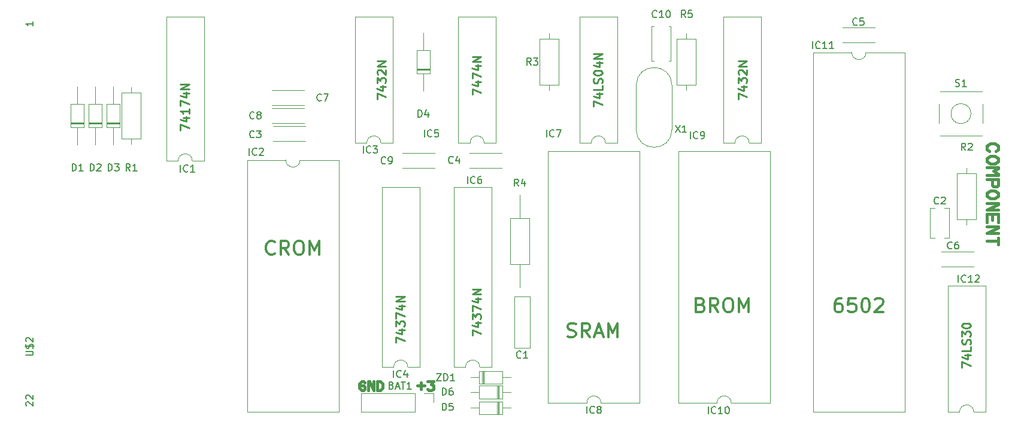
<source format=gbr>
G04 #@! TF.GenerationSoftware,KiCad,Pcbnew,5.1.4+dfsg1-1*
G04 #@! TF.CreationDate,2020-01-26T20:04:24+01:00*
G04 #@! TF.ProjectId,finalchesscard_lvr_draft1,66696e61-6c63-4686-9573-73636172645f,1.1.K1*
G04 #@! TF.SameCoordinates,Original*
G04 #@! TF.FileFunction,Legend,Top*
G04 #@! TF.FilePolarity,Positive*
%FSLAX46Y46*%
G04 Gerber Fmt 4.6, Leading zero omitted, Abs format (unit mm)*
G04 Created by KiCad (PCBNEW 5.1.4+dfsg1-1) date 2020-01-26 20:04:24*
%MOMM*%
%LPD*%
G04 APERTURE LIST*
%ADD10C,0.300000*%
%ADD11C,0.400000*%
%ADD12C,0.120000*%
%ADD13C,0.150000*%
%ADD14C,0.222000*%
G04 APERTURE END LIST*
D10*
X169386571Y-136350285D02*
X169291333Y-136445523D01*
X169005619Y-136540761D01*
X168815142Y-136540761D01*
X168529428Y-136445523D01*
X168338952Y-136255047D01*
X168243714Y-136064571D01*
X168148476Y-135683619D01*
X168148476Y-135397904D01*
X168243714Y-135016952D01*
X168338952Y-134826476D01*
X168529428Y-134636000D01*
X168815142Y-134540761D01*
X169005619Y-134540761D01*
X169291333Y-134636000D01*
X169386571Y-134731238D01*
X171386571Y-136540761D02*
X170719904Y-135588380D01*
X170243714Y-136540761D02*
X170243714Y-134540761D01*
X171005619Y-134540761D01*
X171196095Y-134636000D01*
X171291333Y-134731238D01*
X171386571Y-134921714D01*
X171386571Y-135207428D01*
X171291333Y-135397904D01*
X171196095Y-135493142D01*
X171005619Y-135588380D01*
X170243714Y-135588380D01*
X172624666Y-134540761D02*
X173005619Y-134540761D01*
X173196095Y-134636000D01*
X173386571Y-134826476D01*
X173481809Y-135207428D01*
X173481809Y-135874095D01*
X173386571Y-136255047D01*
X173196095Y-136445523D01*
X173005619Y-136540761D01*
X172624666Y-136540761D01*
X172434190Y-136445523D01*
X172243714Y-136255047D01*
X172148476Y-135874095D01*
X172148476Y-135207428D01*
X172243714Y-134826476D01*
X172434190Y-134636000D01*
X172624666Y-134540761D01*
X174338952Y-136540761D02*
X174338952Y-134540761D01*
X175005619Y-135969333D01*
X175672285Y-134540761D01*
X175672285Y-136540761D01*
X210804571Y-148129523D02*
X211090285Y-148224761D01*
X211566476Y-148224761D01*
X211756952Y-148129523D01*
X211852190Y-148034285D01*
X211947428Y-147843809D01*
X211947428Y-147653333D01*
X211852190Y-147462857D01*
X211756952Y-147367619D01*
X211566476Y-147272380D01*
X211185523Y-147177142D01*
X210995047Y-147081904D01*
X210899809Y-146986666D01*
X210804571Y-146796190D01*
X210804571Y-146605714D01*
X210899809Y-146415238D01*
X210995047Y-146320000D01*
X211185523Y-146224761D01*
X211661714Y-146224761D01*
X211947428Y-146320000D01*
X213947428Y-148224761D02*
X213280761Y-147272380D01*
X212804571Y-148224761D02*
X212804571Y-146224761D01*
X213566476Y-146224761D01*
X213756952Y-146320000D01*
X213852190Y-146415238D01*
X213947428Y-146605714D01*
X213947428Y-146891428D01*
X213852190Y-147081904D01*
X213756952Y-147177142D01*
X213566476Y-147272380D01*
X212804571Y-147272380D01*
X214709333Y-147653333D02*
X215661714Y-147653333D01*
X214518857Y-148224761D02*
X215185523Y-146224761D01*
X215852190Y-148224761D01*
X216518857Y-148224761D02*
X216518857Y-146224761D01*
X217185523Y-147653333D01*
X217852190Y-146224761D01*
X217852190Y-148224761D01*
X229616380Y-143621142D02*
X229902095Y-143716380D01*
X229997333Y-143811619D01*
X230092571Y-144002095D01*
X230092571Y-144287809D01*
X229997333Y-144478285D01*
X229902095Y-144573523D01*
X229711619Y-144668761D01*
X228949714Y-144668761D01*
X228949714Y-142668761D01*
X229616380Y-142668761D01*
X229806857Y-142764000D01*
X229902095Y-142859238D01*
X229997333Y-143049714D01*
X229997333Y-143240190D01*
X229902095Y-143430666D01*
X229806857Y-143525904D01*
X229616380Y-143621142D01*
X228949714Y-143621142D01*
X232092571Y-144668761D02*
X231425904Y-143716380D01*
X230949714Y-144668761D02*
X230949714Y-142668761D01*
X231711619Y-142668761D01*
X231902095Y-142764000D01*
X231997333Y-142859238D01*
X232092571Y-143049714D01*
X232092571Y-143335428D01*
X231997333Y-143525904D01*
X231902095Y-143621142D01*
X231711619Y-143716380D01*
X230949714Y-143716380D01*
X233330666Y-142668761D02*
X233711619Y-142668761D01*
X233902095Y-142764000D01*
X234092571Y-142954476D01*
X234187809Y-143335428D01*
X234187809Y-144002095D01*
X234092571Y-144383047D01*
X233902095Y-144573523D01*
X233711619Y-144668761D01*
X233330666Y-144668761D01*
X233140190Y-144573523D01*
X232949714Y-144383047D01*
X232854476Y-144002095D01*
X232854476Y-143335428D01*
X232949714Y-142954476D01*
X233140190Y-142764000D01*
X233330666Y-142668761D01*
X235044952Y-144668761D02*
X235044952Y-142668761D01*
X235711619Y-144097333D01*
X236378285Y-142668761D01*
X236378285Y-144668761D01*
X249491809Y-142668761D02*
X249110857Y-142668761D01*
X248920380Y-142764000D01*
X248825142Y-142859238D01*
X248634666Y-143144952D01*
X248539428Y-143525904D01*
X248539428Y-144287809D01*
X248634666Y-144478285D01*
X248729904Y-144573523D01*
X248920380Y-144668761D01*
X249301333Y-144668761D01*
X249491809Y-144573523D01*
X249587047Y-144478285D01*
X249682285Y-144287809D01*
X249682285Y-143811619D01*
X249587047Y-143621142D01*
X249491809Y-143525904D01*
X249301333Y-143430666D01*
X248920380Y-143430666D01*
X248729904Y-143525904D01*
X248634666Y-143621142D01*
X248539428Y-143811619D01*
X251491809Y-142668761D02*
X250539428Y-142668761D01*
X250444190Y-143621142D01*
X250539428Y-143525904D01*
X250729904Y-143430666D01*
X251206095Y-143430666D01*
X251396571Y-143525904D01*
X251491809Y-143621142D01*
X251587047Y-143811619D01*
X251587047Y-144287809D01*
X251491809Y-144478285D01*
X251396571Y-144573523D01*
X251206095Y-144668761D01*
X250729904Y-144668761D01*
X250539428Y-144573523D01*
X250444190Y-144478285D01*
X252825142Y-142668761D02*
X253015619Y-142668761D01*
X253206095Y-142764000D01*
X253301333Y-142859238D01*
X253396571Y-143049714D01*
X253491809Y-143430666D01*
X253491809Y-143906857D01*
X253396571Y-144287809D01*
X253301333Y-144478285D01*
X253206095Y-144573523D01*
X253015619Y-144668761D01*
X252825142Y-144668761D01*
X252634666Y-144573523D01*
X252539428Y-144478285D01*
X252444190Y-144287809D01*
X252348952Y-143906857D01*
X252348952Y-143430666D01*
X252444190Y-143049714D01*
X252539428Y-142859238D01*
X252634666Y-142764000D01*
X252825142Y-142668761D01*
X254253714Y-142859238D02*
X254348952Y-142764000D01*
X254539428Y-142668761D01*
X255015619Y-142668761D01*
X255206095Y-142764000D01*
X255301333Y-142859238D01*
X255396571Y-143049714D01*
X255396571Y-143240190D01*
X255301333Y-143525904D01*
X254158476Y-144668761D01*
X255396571Y-144668761D01*
D11*
X191166800Y-155733738D02*
X191008000Y-155574938D01*
X191484200Y-155733738D02*
X191166800Y-155733738D01*
X191801800Y-155574938D02*
X191484200Y-155733738D01*
X191801800Y-155098738D02*
X191801800Y-155574938D01*
X191484200Y-154939938D02*
X191801800Y-155098738D01*
X191801800Y-154463738D02*
X191484200Y-154939938D01*
X191008000Y-154463738D02*
X191801800Y-154463738D01*
X190055500Y-154622438D02*
X190055500Y-155574938D01*
X189579200Y-155098738D02*
X190531800Y-155098738D01*
X184340500Y-154463738D02*
X183864200Y-154463738D01*
X184658000Y-154781138D02*
X184340500Y-154463738D01*
X184658000Y-155416138D02*
X184658000Y-154781138D01*
X184340500Y-155733738D02*
X184658000Y-155416138D01*
X183864200Y-155733738D02*
X184340500Y-155733738D01*
X183864200Y-154463738D02*
X183864200Y-155733738D01*
X183388000Y-155733738D02*
X183388000Y-154463738D01*
X182753000Y-154463738D02*
X183388000Y-155733738D01*
X182594200Y-154463738D02*
X182753000Y-154463738D01*
X182594200Y-155733738D02*
X182594200Y-154463738D01*
X181959200Y-155098738D02*
X181641800Y-155098738D01*
X182118000Y-155257438D02*
X181959200Y-155098738D01*
X182118000Y-155574938D02*
X182118000Y-155257438D01*
X181959200Y-155733738D02*
X182118000Y-155574938D01*
X181641800Y-155733738D02*
X181959200Y-155733738D01*
X181324200Y-155416138D02*
X181641800Y-155733738D01*
X181324200Y-154781138D02*
X181324200Y-155416138D01*
X181641800Y-154463738D02*
X181324200Y-154781138D01*
X181959200Y-154463738D02*
X181641800Y-154463738D01*
X182118000Y-154622438D02*
X181959200Y-154463738D01*
X270065500Y-133508738D02*
X271653000Y-133508738D01*
X271653000Y-132714938D02*
X270065500Y-133508738D01*
X271653000Y-132556138D02*
X271653000Y-132714938D01*
X270065500Y-132556138D02*
X271653000Y-132556138D01*
X271653000Y-134619938D02*
X270065500Y-134619938D01*
X271653000Y-134143738D02*
X271653000Y-134619938D01*
X271653000Y-135096138D02*
X271653000Y-134143738D01*
X271653000Y-130809938D02*
X271653000Y-131921138D01*
X270859200Y-130809938D02*
X271653000Y-130809938D01*
X270859200Y-131603738D02*
X270859200Y-130809938D01*
X270859200Y-130809938D02*
X270859200Y-131603738D01*
X270065500Y-130809938D02*
X270859200Y-130809938D01*
X270065500Y-131921138D02*
X270065500Y-130809938D01*
X270065500Y-130174938D02*
X271653000Y-130174938D01*
X271653000Y-129381138D02*
X270065500Y-130174938D01*
X271653000Y-129222438D02*
X271653000Y-129381138D01*
X270065500Y-129222438D02*
X271653000Y-129222438D01*
X270065500Y-122872438D02*
X270541800Y-122554938D01*
X270065500Y-123348738D02*
X270065500Y-122872438D01*
X270541800Y-123666138D02*
X270065500Y-123348738D01*
X271176800Y-123666138D02*
X270541800Y-123666138D01*
X271653000Y-123348738D02*
X271176800Y-123666138D01*
X271653000Y-122872438D02*
X271653000Y-123348738D01*
X271176800Y-122554938D02*
X271653000Y-122872438D01*
X270541800Y-122554938D02*
X271176800Y-122554938D01*
X270065500Y-127793738D02*
X270541800Y-127476138D01*
X270065500Y-128269938D02*
X270065500Y-127793738D01*
X270541800Y-128587438D02*
X270065500Y-128269938D01*
X271176800Y-128587438D02*
X270541800Y-128587438D01*
X271653000Y-128269938D02*
X271176800Y-128587438D01*
X271653000Y-127793738D02*
X271653000Y-128269938D01*
X271176800Y-127476138D02*
X271653000Y-127793738D01*
X270541800Y-127476138D02*
X271176800Y-127476138D01*
X270859200Y-126682438D02*
X270859200Y-126047438D01*
X271018000Y-126841138D02*
X270859200Y-126682438D01*
X271494200Y-126841138D02*
X271018000Y-126841138D01*
X271653000Y-126682438D02*
X271494200Y-126841138D01*
X271653000Y-125888738D02*
X271653000Y-126682438D01*
X270065500Y-125888738D02*
X271653000Y-125888738D01*
X271653000Y-125253738D02*
X270065500Y-125253738D01*
X271653000Y-125094938D02*
X271653000Y-125253738D01*
X271005200Y-124669938D02*
X271653000Y-125094938D01*
X271653000Y-124301138D02*
X271005200Y-124669938D01*
X271653000Y-124142438D02*
X271653000Y-124301138D01*
X270065500Y-124142438D02*
X271653000Y-124142438D01*
X271653000Y-121602438D02*
X271335500Y-121919938D01*
X271653000Y-121126138D02*
X271653000Y-121602438D01*
X271176800Y-120808738D02*
X271653000Y-121126138D01*
X270541800Y-120808738D02*
X271176800Y-120808738D01*
X270065500Y-121126138D02*
X270541800Y-120808738D01*
X270065500Y-121602438D02*
X270065500Y-121126138D01*
X270383000Y-121919938D02*
X270065500Y-121602438D01*
D12*
X178418000Y-123130000D02*
X172958000Y-123130000D01*
X178418000Y-158810000D02*
X178418000Y-123130000D01*
X165498000Y-158810000D02*
X178418000Y-158810000D01*
X165498000Y-123130000D02*
X165498000Y-158810000D01*
X170958000Y-123130000D02*
X165498000Y-123130000D01*
X172958000Y-123130000D02*
G75*
G02X170958000Y-123130000I-1000000J0D01*
G01*
X202655500Y-137890000D02*
X205395500Y-137890000D01*
X205395500Y-137890000D02*
X205395500Y-131350000D01*
X205395500Y-131350000D02*
X202655500Y-131350000D01*
X202655500Y-131350000D02*
X202655500Y-137890000D01*
X204025500Y-141200000D02*
X204025500Y-137890000D01*
X204025500Y-128040000D02*
X204025500Y-131350000D01*
X154068000Y-123250000D02*
X155718000Y-123250000D01*
X154068000Y-102810000D02*
X154068000Y-123250000D01*
X159368000Y-102810000D02*
X154068000Y-102810000D01*
X159368000Y-123250000D02*
X159368000Y-102810000D01*
X157718000Y-123250000D02*
X159368000Y-123250000D01*
X155718000Y-123250000D02*
G75*
G02X157718000Y-123250000I1000000J0D01*
G01*
X182388000Y-120710000D02*
G75*
G02X184388000Y-120710000I1000000J0D01*
G01*
X184388000Y-120710000D02*
X186038000Y-120710000D01*
X186038000Y-120710000D02*
X186038000Y-102810000D01*
X186038000Y-102810000D02*
X180738000Y-102810000D01*
X180738000Y-102810000D02*
X180738000Y-120710000D01*
X180738000Y-120710000D02*
X182388000Y-120710000D01*
X186198000Y-152460000D02*
G75*
G02X188198000Y-152460000I1000000J0D01*
G01*
X188198000Y-152460000D02*
X189848000Y-152460000D01*
X189848000Y-152460000D02*
X189848000Y-126940000D01*
X189848000Y-126940000D02*
X184548000Y-126940000D01*
X184548000Y-126940000D02*
X184548000Y-152460000D01*
X184548000Y-152460000D02*
X186198000Y-152460000D01*
X195343000Y-120710000D02*
X196993000Y-120710000D01*
X195343000Y-102810000D02*
X195343000Y-120710000D01*
X200643000Y-102810000D02*
X195343000Y-102810000D01*
X200643000Y-120710000D02*
X200643000Y-102810000D01*
X198993000Y-120710000D02*
X200643000Y-120710000D01*
X196993000Y-120710000D02*
G75*
G02X198993000Y-120710000I1000000J0D01*
G01*
X194708000Y-152460000D02*
X196358000Y-152460000D01*
X194708000Y-126940000D02*
X194708000Y-152460000D01*
X200008000Y-126940000D02*
X194708000Y-126940000D01*
X200008000Y-152460000D02*
X200008000Y-126940000D01*
X198358000Y-152460000D02*
X200008000Y-152460000D01*
X196358000Y-152460000D02*
G75*
G02X198358000Y-152460000I1000000J0D01*
G01*
X212488000Y-120710000D02*
X214138000Y-120710000D01*
X212488000Y-102810000D02*
X212488000Y-120710000D01*
X217788000Y-102810000D02*
X212488000Y-102810000D01*
X217788000Y-120710000D02*
X217788000Y-102810000D01*
X216138000Y-120710000D02*
X217788000Y-120710000D01*
X214138000Y-120710000D02*
G75*
G02X216138000Y-120710000I1000000J0D01*
G01*
X234458000Y-120710000D02*
G75*
G02X236458000Y-120710000I1000000J0D01*
G01*
X236458000Y-120710000D02*
X238108000Y-120710000D01*
X238108000Y-120710000D02*
X238108000Y-102810000D01*
X238108000Y-102810000D02*
X232808000Y-102810000D01*
X232808000Y-102810000D02*
X232808000Y-120710000D01*
X232808000Y-120710000D02*
X234458000Y-120710000D01*
X252968000Y-107890000D02*
G75*
G02X250968000Y-107890000I-1000000J0D01*
G01*
X250968000Y-107890000D02*
X245508000Y-107890000D01*
X245508000Y-107890000D02*
X245508000Y-158810000D01*
X245508000Y-158810000D02*
X258428000Y-158810000D01*
X258428000Y-158810000D02*
X258428000Y-107890000D01*
X258428000Y-107890000D02*
X252968000Y-107890000D01*
X147728000Y-120110000D02*
X150468000Y-120110000D01*
X150468000Y-120110000D02*
X150468000Y-113570000D01*
X150468000Y-113570000D02*
X147728000Y-113570000D01*
X147728000Y-113570000D02*
X147728000Y-120110000D01*
X149098000Y-120880000D02*
X149098000Y-120110000D01*
X149098000Y-112800000D02*
X149098000Y-113570000D01*
X265838000Y-131540000D02*
X268578000Y-131540000D01*
X268578000Y-131540000D02*
X268578000Y-125000000D01*
X268578000Y-125000000D02*
X265838000Y-125000000D01*
X265838000Y-125000000D02*
X265838000Y-131540000D01*
X267208000Y-132310000D02*
X267208000Y-131540000D01*
X267208000Y-124230000D02*
X267208000Y-125000000D01*
X206783000Y-112490000D02*
X209523000Y-112490000D01*
X209523000Y-112490000D02*
X209523000Y-105950000D01*
X209523000Y-105950000D02*
X206783000Y-105950000D01*
X206783000Y-105950000D02*
X206783000Y-112490000D01*
X208153000Y-113260000D02*
X208153000Y-112490000D01*
X208153000Y-105180000D02*
X208153000Y-105950000D01*
X226214000Y-112490000D02*
X228954000Y-112490000D01*
X228954000Y-112490000D02*
X228954000Y-105950000D01*
X228954000Y-105950000D02*
X226214000Y-105950000D01*
X226214000Y-105950000D02*
X226214000Y-112490000D01*
X227584000Y-113260000D02*
X227584000Y-112490000D01*
X227584000Y-105180000D02*
X227584000Y-105950000D01*
X220487000Y-118795000D02*
X220487000Y-112545000D01*
X225537000Y-118795000D02*
X225537000Y-112545000D01*
X225537000Y-118795000D02*
G75*
G02X220487000Y-118795000I-2525000J0D01*
G01*
X225537000Y-112545000D02*
G75*
G03X220487000Y-112545000I-2525000J0D01*
G01*
X213503000Y-157540000D02*
G75*
G02X215503000Y-157540000I1000000J0D01*
G01*
X215503000Y-157540000D02*
X220963000Y-157540000D01*
X220963000Y-157540000D02*
X220963000Y-121860000D01*
X220963000Y-121860000D02*
X208043000Y-121860000D01*
X208043000Y-121860000D02*
X208043000Y-157540000D01*
X208043000Y-157540000D02*
X213503000Y-157540000D01*
X266208000Y-158810000D02*
G75*
G02X268208000Y-158810000I1000000J0D01*
G01*
X268208000Y-158810000D02*
X269858000Y-158810000D01*
X269858000Y-158810000D02*
X269858000Y-140910000D01*
X269858000Y-140910000D02*
X264558000Y-140910000D01*
X264558000Y-140910000D02*
X264558000Y-158810000D01*
X264558000Y-158810000D02*
X266208000Y-158810000D01*
X181550000Y-156150000D02*
X181550000Y-158810000D01*
X189230000Y-156150000D02*
X181550000Y-156150000D01*
X189230000Y-158810000D02*
X181550000Y-158810000D01*
X189230000Y-156150000D02*
X189230000Y-158810000D01*
X190500000Y-156150000D02*
X191830000Y-156150000D01*
X191830000Y-156150000D02*
X191830000Y-157480000D01*
X225398000Y-104170000D02*
X225398000Y-109110000D01*
X222658000Y-104170000D02*
X222658000Y-109110000D01*
X225398000Y-104170000D02*
X225083000Y-104170000D01*
X222973000Y-104170000D02*
X222658000Y-104170000D01*
X225398000Y-109110000D02*
X225083000Y-109110000D01*
X222973000Y-109110000D02*
X222658000Y-109110000D01*
X231918000Y-157540000D02*
G75*
G02X233918000Y-157540000I1000000J0D01*
G01*
X233918000Y-157540000D02*
X239378000Y-157540000D01*
X239378000Y-157540000D02*
X239378000Y-121860000D01*
X239378000Y-121860000D02*
X226458000Y-121860000D01*
X226458000Y-121860000D02*
X226458000Y-157540000D01*
X226458000Y-157540000D02*
X231918000Y-157540000D01*
X264768000Y-129940000D02*
X264768000Y-134180000D01*
X262028000Y-129940000D02*
X262028000Y-134180000D01*
X264768000Y-129940000D02*
X264063000Y-129940000D01*
X262733000Y-129940000D02*
X262028000Y-129940000D01*
X264768000Y-134180000D02*
X264063000Y-134180000D01*
X262733000Y-134180000D02*
X262028000Y-134180000D01*
X203223000Y-149710000D02*
X203223000Y-142470000D01*
X205463000Y-149710000D02*
X205463000Y-142470000D01*
X203223000Y-149710000D02*
X205463000Y-149710000D01*
X203223000Y-142470000D02*
X205463000Y-142470000D01*
X201538000Y-159162000D02*
X201538000Y-157322000D01*
X201538000Y-157322000D02*
X198258000Y-157322000D01*
X198258000Y-157322000D02*
X198258000Y-159162000D01*
X198258000Y-159162000D02*
X201538000Y-159162000D01*
X202718000Y-158242000D02*
X201538000Y-158242000D01*
X197078000Y-158242000D02*
X198258000Y-158242000D01*
X200962000Y-159162000D02*
X200962000Y-157322000D01*
X200842000Y-159162000D02*
X200842000Y-157322000D01*
X201082000Y-159162000D02*
X201082000Y-157322000D01*
X201082000Y-156939500D02*
X201082000Y-155099500D01*
X200842000Y-156939500D02*
X200842000Y-155099500D01*
X200962000Y-156939500D02*
X200962000Y-155099500D01*
X197078000Y-156019500D02*
X198258000Y-156019500D01*
X202718000Y-156019500D02*
X201538000Y-156019500D01*
X198258000Y-156939500D02*
X201538000Y-156939500D01*
X198258000Y-155099500D02*
X198258000Y-156939500D01*
X201538000Y-155099500D02*
X198258000Y-155099500D01*
X201538000Y-156939500D02*
X201538000Y-155099500D01*
X198258000Y-153004000D02*
X198258000Y-154844000D01*
X198258000Y-154844000D02*
X201538000Y-154844000D01*
X201538000Y-154844000D02*
X201538000Y-153004000D01*
X201538000Y-153004000D02*
X198258000Y-153004000D01*
X197078000Y-153924000D02*
X198258000Y-153924000D01*
X202718000Y-153924000D02*
X201538000Y-153924000D01*
X198834000Y-153004000D02*
X198834000Y-154844000D01*
X198954000Y-153004000D02*
X198954000Y-154844000D01*
X198714000Y-153004000D02*
X198714000Y-154844000D01*
X140558000Y-118024000D02*
X142398000Y-118024000D01*
X140558000Y-117784000D02*
X142398000Y-117784000D01*
X140558000Y-117904000D02*
X142398000Y-117904000D01*
X141478000Y-112750000D02*
X141478000Y-115200000D01*
X141478000Y-120930000D02*
X141478000Y-118480000D01*
X140558000Y-115200000D02*
X140558000Y-118480000D01*
X142398000Y-115200000D02*
X140558000Y-115200000D01*
X142398000Y-118480000D02*
X142398000Y-115200000D01*
X140558000Y-118480000D02*
X142398000Y-118480000D01*
X143098000Y-118480000D02*
X144938000Y-118480000D01*
X144938000Y-118480000D02*
X144938000Y-115200000D01*
X144938000Y-115200000D02*
X143098000Y-115200000D01*
X143098000Y-115200000D02*
X143098000Y-118480000D01*
X144018000Y-120930000D02*
X144018000Y-118480000D01*
X144018000Y-112750000D02*
X144018000Y-115200000D01*
X143098000Y-117904000D02*
X144938000Y-117904000D01*
X143098000Y-117784000D02*
X144938000Y-117784000D01*
X143098000Y-118024000D02*
X144938000Y-118024000D01*
X145638000Y-118024000D02*
X147478000Y-118024000D01*
X145638000Y-117784000D02*
X147478000Y-117784000D01*
X145638000Y-117904000D02*
X147478000Y-117904000D01*
X146558000Y-112750000D02*
X146558000Y-115200000D01*
X146558000Y-120930000D02*
X146558000Y-118480000D01*
X145638000Y-115200000D02*
X145638000Y-118480000D01*
X147478000Y-115200000D02*
X145638000Y-115200000D01*
X147478000Y-118480000D02*
X147478000Y-115200000D01*
X145638000Y-118480000D02*
X147478000Y-118480000D01*
X189453000Y-110860000D02*
X191293000Y-110860000D01*
X191293000Y-110860000D02*
X191293000Y-107580000D01*
X191293000Y-107580000D02*
X189453000Y-107580000D01*
X189453000Y-107580000D02*
X189453000Y-110860000D01*
X190373000Y-113310000D02*
X190373000Y-110860000D01*
X190373000Y-105130000D02*
X190373000Y-107580000D01*
X189453000Y-110284000D02*
X191293000Y-110284000D01*
X189453000Y-110164000D02*
X191293000Y-110164000D01*
X189453000Y-110404000D02*
X191293000Y-110404000D01*
X169140000Y-118310000D02*
X173680000Y-118310000D01*
X169140000Y-120450000D02*
X173680000Y-120450000D01*
X169140000Y-118310000D02*
X169140000Y-118325000D01*
X169140000Y-120435000D02*
X169140000Y-120450000D01*
X173680000Y-118310000D02*
X173680000Y-118325000D01*
X173680000Y-120435000D02*
X173680000Y-120450000D01*
X201493000Y-124245000D02*
X201493000Y-124260000D01*
X201493000Y-122120000D02*
X201493000Y-122135000D01*
X196953000Y-124245000D02*
X196953000Y-124260000D01*
X196953000Y-122120000D02*
X196953000Y-122135000D01*
X196953000Y-124260000D02*
X201493000Y-124260000D01*
X196953000Y-122120000D02*
X201493000Y-122120000D01*
X254198000Y-106480000D02*
X249658000Y-106480000D01*
X254198000Y-104340000D02*
X249658000Y-104340000D01*
X254198000Y-106480000D02*
X254198000Y-106465000D01*
X254198000Y-104355000D02*
X254198000Y-104340000D01*
X249658000Y-106480000D02*
X249658000Y-106465000D01*
X249658000Y-104355000D02*
X249658000Y-104340000D01*
X268168000Y-138215000D02*
X268168000Y-138230000D01*
X268168000Y-136090000D02*
X268168000Y-136105000D01*
X263628000Y-138215000D02*
X263628000Y-138230000D01*
X263628000Y-136090000D02*
X263628000Y-136105000D01*
X263628000Y-138230000D02*
X268168000Y-138230000D01*
X263628000Y-136090000D02*
X268168000Y-136090000D01*
X169013000Y-113230000D02*
X173553000Y-113230000D01*
X169013000Y-115370000D02*
X173553000Y-115370000D01*
X169013000Y-113230000D02*
X169013000Y-113245000D01*
X169013000Y-115355000D02*
X169013000Y-115370000D01*
X173553000Y-113230000D02*
X173553000Y-113245000D01*
X173553000Y-115355000D02*
X173553000Y-115370000D01*
X173553000Y-117895000D02*
X173553000Y-117910000D01*
X173553000Y-115770000D02*
X173553000Y-115785000D01*
X169013000Y-117895000D02*
X169013000Y-117910000D01*
X169013000Y-115770000D02*
X169013000Y-115785000D01*
X169013000Y-117910000D02*
X173553000Y-117910000D01*
X169013000Y-115770000D02*
X173553000Y-115770000D01*
X187428000Y-122120000D02*
X191968000Y-122120000D01*
X187428000Y-124260000D02*
X191968000Y-124260000D01*
X187428000Y-122120000D02*
X187428000Y-122135000D01*
X187428000Y-124245000D02*
X187428000Y-124260000D01*
X191968000Y-122120000D02*
X191968000Y-122135000D01*
X191968000Y-124245000D02*
X191968000Y-124260000D01*
X267808214Y-116550000D02*
G75*
G03X267808214Y-116550000I-1414214J0D01*
G01*
X263424000Y-119670000D02*
X269364000Y-119670000D01*
X263424000Y-113430000D02*
X269364000Y-113430000D01*
X263274000Y-117890000D02*
X263274000Y-115210000D01*
X269514000Y-115210000D02*
X269514000Y-117890000D01*
D13*
X165774809Y-122448580D02*
X165774809Y-121448580D01*
X166822428Y-122353342D02*
X166774809Y-122400961D01*
X166631952Y-122448580D01*
X166536714Y-122448580D01*
X166393857Y-122400961D01*
X166298619Y-122305723D01*
X166251000Y-122210485D01*
X166203380Y-122020009D01*
X166203380Y-121877152D01*
X166251000Y-121686676D01*
X166298619Y-121591438D01*
X166393857Y-121496200D01*
X166536714Y-121448580D01*
X166631952Y-121448580D01*
X166774809Y-121496200D01*
X166822428Y-121543819D01*
X167203380Y-121543819D02*
X167251000Y-121496200D01*
X167346238Y-121448580D01*
X167584333Y-121448580D01*
X167679571Y-121496200D01*
X167727190Y-121543819D01*
X167774809Y-121639057D01*
X167774809Y-121734295D01*
X167727190Y-121877152D01*
X167155761Y-122448580D01*
X167774809Y-122448580D01*
X203858833Y-126817380D02*
X203525500Y-126341190D01*
X203287404Y-126817380D02*
X203287404Y-125817380D01*
X203668357Y-125817380D01*
X203763595Y-125865000D01*
X203811214Y-125912619D01*
X203858833Y-126007857D01*
X203858833Y-126150714D01*
X203811214Y-126245952D01*
X203763595Y-126293571D01*
X203668357Y-126341190D01*
X203287404Y-126341190D01*
X204715976Y-126150714D02*
X204715976Y-126817380D01*
X204477880Y-125769761D02*
X204239785Y-126484047D01*
X204858833Y-126484047D01*
X134200380Y-150778095D02*
X135009904Y-150778095D01*
X135105142Y-150730476D01*
X135152761Y-150682857D01*
X135200380Y-150587619D01*
X135200380Y-150397142D01*
X135152761Y-150301904D01*
X135105142Y-150254285D01*
X135009904Y-150206666D01*
X134200380Y-150206666D01*
X135152761Y-149778095D02*
X135200380Y-149635238D01*
X135200380Y-149397142D01*
X135152761Y-149301904D01*
X135105142Y-149254285D01*
X135009904Y-149206666D01*
X134914666Y-149206666D01*
X134819428Y-149254285D01*
X134771809Y-149301904D01*
X134724190Y-149397142D01*
X134676571Y-149587619D01*
X134628952Y-149682857D01*
X134581333Y-149730476D01*
X134486095Y-149778095D01*
X134390857Y-149778095D01*
X134295619Y-149730476D01*
X134248000Y-149682857D01*
X134200380Y-149587619D01*
X134200380Y-149349523D01*
X134248000Y-149206666D01*
X134057523Y-149492380D02*
X135343238Y-149492380D01*
X134295619Y-148825714D02*
X134248000Y-148778095D01*
X134200380Y-148682857D01*
X134200380Y-148444761D01*
X134248000Y-148349523D01*
X134295619Y-148301904D01*
X134390857Y-148254285D01*
X134486095Y-148254285D01*
X134628952Y-148301904D01*
X135200380Y-148873333D01*
X135200380Y-148254285D01*
X134295619Y-157921904D02*
X134248000Y-157874285D01*
X134200380Y-157779047D01*
X134200380Y-157540952D01*
X134248000Y-157445714D01*
X134295619Y-157398095D01*
X134390857Y-157350476D01*
X134486095Y-157350476D01*
X134628952Y-157398095D01*
X135200380Y-157969523D01*
X135200380Y-157350476D01*
X134295619Y-156969523D02*
X134248000Y-156921904D01*
X134200380Y-156826666D01*
X134200380Y-156588571D01*
X134248000Y-156493333D01*
X134295619Y-156445714D01*
X134390857Y-156398095D01*
X134486095Y-156398095D01*
X134628952Y-156445714D01*
X135200380Y-157017142D01*
X135200380Y-156398095D01*
X135200380Y-103534285D02*
X135200380Y-104105714D01*
X135200380Y-103820000D02*
X134200380Y-103820000D01*
X134343238Y-103915238D01*
X134438476Y-104010476D01*
X134486095Y-104105714D01*
X156046609Y-124810780D02*
X156046609Y-123810780D01*
X157094228Y-124715542D02*
X157046609Y-124763161D01*
X156903752Y-124810780D01*
X156808514Y-124810780D01*
X156665657Y-124763161D01*
X156570419Y-124667923D01*
X156522800Y-124572685D01*
X156475180Y-124382209D01*
X156475180Y-124239352D01*
X156522800Y-124048876D01*
X156570419Y-123953638D01*
X156665657Y-123858400D01*
X156808514Y-123810780D01*
X156903752Y-123810780D01*
X157046609Y-123858400D01*
X157094228Y-123906019D01*
X158046609Y-124810780D02*
X157475180Y-124810780D01*
X157760895Y-124810780D02*
X157760895Y-123810780D01*
X157665657Y-123953638D01*
X157570419Y-124048876D01*
X157475180Y-124096495D01*
D14*
X156060857Y-118884285D02*
X156060857Y-118084285D01*
X157260857Y-118598571D01*
X156460857Y-117112857D02*
X157260857Y-117112857D01*
X156003714Y-117398571D02*
X156860857Y-117684285D01*
X156860857Y-116941428D01*
X157260857Y-115855714D02*
X157260857Y-116541428D01*
X157260857Y-116198571D02*
X156060857Y-116198571D01*
X156232285Y-116312857D01*
X156346571Y-116427142D01*
X156403714Y-116541428D01*
X156060857Y-115455714D02*
X156060857Y-114655714D01*
X157260857Y-115170000D01*
X156460857Y-113684285D02*
X157260857Y-113684285D01*
X156003714Y-113970000D02*
X156860857Y-114255714D01*
X156860857Y-113512857D01*
X157260857Y-113055714D02*
X156060857Y-113055714D01*
X157260857Y-112370000D01*
X156060857Y-112370000D01*
D13*
X181903809Y-122118380D02*
X181903809Y-121118380D01*
X182951428Y-122023142D02*
X182903809Y-122070761D01*
X182760952Y-122118380D01*
X182665714Y-122118380D01*
X182522857Y-122070761D01*
X182427619Y-121975523D01*
X182380000Y-121880285D01*
X182332380Y-121689809D01*
X182332380Y-121546952D01*
X182380000Y-121356476D01*
X182427619Y-121261238D01*
X182522857Y-121166000D01*
X182665714Y-121118380D01*
X182760952Y-121118380D01*
X182903809Y-121166000D01*
X182951428Y-121213619D01*
X183284761Y-121118380D02*
X183903809Y-121118380D01*
X183570476Y-121499333D01*
X183713333Y-121499333D01*
X183808571Y-121546952D01*
X183856190Y-121594571D01*
X183903809Y-121689809D01*
X183903809Y-121927904D01*
X183856190Y-122023142D01*
X183808571Y-122070761D01*
X183713333Y-122118380D01*
X183427619Y-122118380D01*
X183332380Y-122070761D01*
X183284761Y-122023142D01*
D14*
X183873857Y-114502857D02*
X183873857Y-113702857D01*
X185073857Y-114217142D01*
X184273857Y-112731428D02*
X185073857Y-112731428D01*
X183816714Y-113017142D02*
X184673857Y-113302857D01*
X184673857Y-112560000D01*
X183873857Y-112217142D02*
X183873857Y-111474285D01*
X184331000Y-111874285D01*
X184331000Y-111702857D01*
X184388142Y-111588571D01*
X184445285Y-111531428D01*
X184559571Y-111474285D01*
X184845285Y-111474285D01*
X184959571Y-111531428D01*
X185016714Y-111588571D01*
X185073857Y-111702857D01*
X185073857Y-112045714D01*
X185016714Y-112160000D01*
X184959571Y-112217142D01*
X183988142Y-111017142D02*
X183931000Y-110960000D01*
X183873857Y-110845714D01*
X183873857Y-110560000D01*
X183931000Y-110445714D01*
X183988142Y-110388571D01*
X184102428Y-110331428D01*
X184216714Y-110331428D01*
X184388142Y-110388571D01*
X185073857Y-111074285D01*
X185073857Y-110331428D01*
X185073857Y-109817142D02*
X183873857Y-109817142D01*
X185073857Y-109131428D01*
X183873857Y-109131428D01*
D13*
X186196409Y-153919180D02*
X186196409Y-152919180D01*
X187244028Y-153823942D02*
X187196409Y-153871561D01*
X187053552Y-153919180D01*
X186958314Y-153919180D01*
X186815457Y-153871561D01*
X186720219Y-153776323D01*
X186672600Y-153681085D01*
X186624980Y-153490609D01*
X186624980Y-153347752D01*
X186672600Y-153157276D01*
X186720219Y-153062038D01*
X186815457Y-152966800D01*
X186958314Y-152919180D01*
X187053552Y-152919180D01*
X187196409Y-152966800D01*
X187244028Y-153014419D01*
X188101171Y-153252514D02*
X188101171Y-153919180D01*
X187863076Y-152871561D02*
X187624980Y-153585847D01*
X188244028Y-153585847D01*
D14*
X186540857Y-148983285D02*
X186540857Y-148183285D01*
X187740857Y-148697571D01*
X186940857Y-147211857D02*
X187740857Y-147211857D01*
X186483714Y-147497571D02*
X187340857Y-147783285D01*
X187340857Y-147040428D01*
X186540857Y-146697571D02*
X186540857Y-145954714D01*
X186998000Y-146354714D01*
X186998000Y-146183285D01*
X187055142Y-146069000D01*
X187112285Y-146011857D01*
X187226571Y-145954714D01*
X187512285Y-145954714D01*
X187626571Y-146011857D01*
X187683714Y-146069000D01*
X187740857Y-146183285D01*
X187740857Y-146526142D01*
X187683714Y-146640428D01*
X187626571Y-146697571D01*
X186540857Y-145554714D02*
X186540857Y-144754714D01*
X187740857Y-145269000D01*
X186940857Y-143783285D02*
X187740857Y-143783285D01*
X186483714Y-144069000D02*
X187340857Y-144354714D01*
X187340857Y-143611857D01*
X187740857Y-143154714D02*
X186540857Y-143154714D01*
X187740857Y-142469000D01*
X186540857Y-142469000D01*
D13*
X190539809Y-119832380D02*
X190539809Y-118832380D01*
X191587428Y-119737142D02*
X191539809Y-119784761D01*
X191396952Y-119832380D01*
X191301714Y-119832380D01*
X191158857Y-119784761D01*
X191063619Y-119689523D01*
X191016000Y-119594285D01*
X190968380Y-119403809D01*
X190968380Y-119260952D01*
X191016000Y-119070476D01*
X191063619Y-118975238D01*
X191158857Y-118880000D01*
X191301714Y-118832380D01*
X191396952Y-118832380D01*
X191539809Y-118880000D01*
X191587428Y-118927619D01*
X192492190Y-118832380D02*
X192016000Y-118832380D01*
X191968380Y-119308571D01*
X192016000Y-119260952D01*
X192111238Y-119213333D01*
X192349333Y-119213333D01*
X192444571Y-119260952D01*
X192492190Y-119308571D01*
X192539809Y-119403809D01*
X192539809Y-119641904D01*
X192492190Y-119737142D01*
X192444571Y-119784761D01*
X192349333Y-119832380D01*
X192111238Y-119832380D01*
X192016000Y-119784761D01*
X191968380Y-119737142D01*
D14*
X197335857Y-113867857D02*
X197335857Y-113067857D01*
X198535857Y-113582142D01*
X197735857Y-112096428D02*
X198535857Y-112096428D01*
X197278714Y-112382142D02*
X198135857Y-112667857D01*
X198135857Y-111925000D01*
X197335857Y-111582142D02*
X197335857Y-110782142D01*
X198535857Y-111296428D01*
X197735857Y-109810714D02*
X198535857Y-109810714D01*
X197278714Y-110096428D02*
X198135857Y-110382142D01*
X198135857Y-109639285D01*
X198535857Y-109182142D02*
X197335857Y-109182142D01*
X198535857Y-108496428D01*
X197335857Y-108496428D01*
D13*
X196635809Y-126436380D02*
X196635809Y-125436380D01*
X197683428Y-126341142D02*
X197635809Y-126388761D01*
X197492952Y-126436380D01*
X197397714Y-126436380D01*
X197254857Y-126388761D01*
X197159619Y-126293523D01*
X197112000Y-126198285D01*
X197064380Y-126007809D01*
X197064380Y-125864952D01*
X197112000Y-125674476D01*
X197159619Y-125579238D01*
X197254857Y-125484000D01*
X197397714Y-125436380D01*
X197492952Y-125436380D01*
X197635809Y-125484000D01*
X197683428Y-125531619D01*
X198540571Y-125436380D02*
X198350095Y-125436380D01*
X198254857Y-125484000D01*
X198207238Y-125531619D01*
X198112000Y-125674476D01*
X198064380Y-125864952D01*
X198064380Y-126245904D01*
X198112000Y-126341142D01*
X198159619Y-126388761D01*
X198254857Y-126436380D01*
X198445333Y-126436380D01*
X198540571Y-126388761D01*
X198588190Y-126341142D01*
X198635809Y-126245904D01*
X198635809Y-126007809D01*
X198588190Y-125912571D01*
X198540571Y-125864952D01*
X198445333Y-125817333D01*
X198254857Y-125817333D01*
X198159619Y-125864952D01*
X198112000Y-125912571D01*
X198064380Y-126007809D01*
D14*
X197335857Y-147967285D02*
X197335857Y-147167285D01*
X198535857Y-147681571D01*
X197735857Y-146195857D02*
X198535857Y-146195857D01*
X197278714Y-146481571D02*
X198135857Y-146767285D01*
X198135857Y-146024428D01*
X197335857Y-145681571D02*
X197335857Y-144938714D01*
X197793000Y-145338714D01*
X197793000Y-145167285D01*
X197850142Y-145053000D01*
X197907285Y-144995857D01*
X198021571Y-144938714D01*
X198307285Y-144938714D01*
X198421571Y-144995857D01*
X198478714Y-145053000D01*
X198535857Y-145167285D01*
X198535857Y-145510142D01*
X198478714Y-145624428D01*
X198421571Y-145681571D01*
X197335857Y-144538714D02*
X197335857Y-143738714D01*
X198535857Y-144253000D01*
X197735857Y-142767285D02*
X198535857Y-142767285D01*
X197278714Y-143053000D02*
X198135857Y-143338714D01*
X198135857Y-142595857D01*
X198535857Y-142138714D02*
X197335857Y-142138714D01*
X198535857Y-141453000D01*
X197335857Y-141453000D01*
D13*
X207811809Y-119832380D02*
X207811809Y-118832380D01*
X208859428Y-119737142D02*
X208811809Y-119784761D01*
X208668952Y-119832380D01*
X208573714Y-119832380D01*
X208430857Y-119784761D01*
X208335619Y-119689523D01*
X208288000Y-119594285D01*
X208240380Y-119403809D01*
X208240380Y-119260952D01*
X208288000Y-119070476D01*
X208335619Y-118975238D01*
X208430857Y-118880000D01*
X208573714Y-118832380D01*
X208668952Y-118832380D01*
X208811809Y-118880000D01*
X208859428Y-118927619D01*
X209192761Y-118832380D02*
X209859428Y-118832380D01*
X209430857Y-119832380D01*
D14*
X214480857Y-115560000D02*
X214480857Y-114760000D01*
X215680857Y-115274285D01*
X214880857Y-113788571D02*
X215680857Y-113788571D01*
X214423714Y-114074285D02*
X215280857Y-114360000D01*
X215280857Y-113617142D01*
X215680857Y-112588571D02*
X215680857Y-113160000D01*
X214480857Y-113160000D01*
X215623714Y-112245714D02*
X215680857Y-112074285D01*
X215680857Y-111788571D01*
X215623714Y-111674285D01*
X215566571Y-111617142D01*
X215452285Y-111560000D01*
X215338000Y-111560000D01*
X215223714Y-111617142D01*
X215166571Y-111674285D01*
X215109428Y-111788571D01*
X215052285Y-112017142D01*
X214995142Y-112131428D01*
X214938000Y-112188571D01*
X214823714Y-112245714D01*
X214709428Y-112245714D01*
X214595142Y-112188571D01*
X214538000Y-112131428D01*
X214480857Y-112017142D01*
X214480857Y-111731428D01*
X214538000Y-111560000D01*
X214480857Y-110817142D02*
X214480857Y-110702857D01*
X214538000Y-110588571D01*
X214595142Y-110531428D01*
X214709428Y-110474285D01*
X214938000Y-110417142D01*
X215223714Y-110417142D01*
X215452285Y-110474285D01*
X215566571Y-110531428D01*
X215623714Y-110588571D01*
X215680857Y-110702857D01*
X215680857Y-110817142D01*
X215623714Y-110931428D01*
X215566571Y-110988571D01*
X215452285Y-111045714D01*
X215223714Y-111102857D01*
X214938000Y-111102857D01*
X214709428Y-111045714D01*
X214595142Y-110988571D01*
X214538000Y-110931428D01*
X214480857Y-110817142D01*
X214880857Y-109388571D02*
X215680857Y-109388571D01*
X214423714Y-109674285D02*
X215280857Y-109960000D01*
X215280857Y-109217142D01*
X215680857Y-108760000D02*
X214480857Y-108760000D01*
X215680857Y-108074285D01*
X214480857Y-108074285D01*
D13*
X228131809Y-120086380D02*
X228131809Y-119086380D01*
X229179428Y-119991142D02*
X229131809Y-120038761D01*
X228988952Y-120086380D01*
X228893714Y-120086380D01*
X228750857Y-120038761D01*
X228655619Y-119943523D01*
X228608000Y-119848285D01*
X228560380Y-119657809D01*
X228560380Y-119514952D01*
X228608000Y-119324476D01*
X228655619Y-119229238D01*
X228750857Y-119134000D01*
X228893714Y-119086380D01*
X228988952Y-119086380D01*
X229131809Y-119134000D01*
X229179428Y-119181619D01*
X229655619Y-120086380D02*
X229846095Y-120086380D01*
X229941333Y-120038761D01*
X229988952Y-119991142D01*
X230084190Y-119848285D01*
X230131809Y-119657809D01*
X230131809Y-119276857D01*
X230084190Y-119181619D01*
X230036571Y-119134000D01*
X229941333Y-119086380D01*
X229750857Y-119086380D01*
X229655619Y-119134000D01*
X229608000Y-119181619D01*
X229560380Y-119276857D01*
X229560380Y-119514952D01*
X229608000Y-119610190D01*
X229655619Y-119657809D01*
X229750857Y-119705428D01*
X229941333Y-119705428D01*
X230036571Y-119657809D01*
X230084190Y-119610190D01*
X230131809Y-119514952D01*
D14*
X234927857Y-114502857D02*
X234927857Y-113702857D01*
X236127857Y-114217142D01*
X235327857Y-112731428D02*
X236127857Y-112731428D01*
X234870714Y-113017142D02*
X235727857Y-113302857D01*
X235727857Y-112560000D01*
X234927857Y-112217142D02*
X234927857Y-111474285D01*
X235385000Y-111874285D01*
X235385000Y-111702857D01*
X235442142Y-111588571D01*
X235499285Y-111531428D01*
X235613571Y-111474285D01*
X235899285Y-111474285D01*
X236013571Y-111531428D01*
X236070714Y-111588571D01*
X236127857Y-111702857D01*
X236127857Y-112045714D01*
X236070714Y-112160000D01*
X236013571Y-112217142D01*
X235042142Y-111017142D02*
X234985000Y-110960000D01*
X234927857Y-110845714D01*
X234927857Y-110560000D01*
X234985000Y-110445714D01*
X235042142Y-110388571D01*
X235156428Y-110331428D01*
X235270714Y-110331428D01*
X235442142Y-110388571D01*
X236127857Y-111074285D01*
X236127857Y-110331428D01*
X236127857Y-109817142D02*
X234927857Y-109817142D01*
X236127857Y-109131428D01*
X234927857Y-109131428D01*
D13*
X245435619Y-107342380D02*
X245435619Y-106342380D01*
X246483238Y-107247142D02*
X246435619Y-107294761D01*
X246292761Y-107342380D01*
X246197523Y-107342380D01*
X246054666Y-107294761D01*
X245959428Y-107199523D01*
X245911809Y-107104285D01*
X245864190Y-106913809D01*
X245864190Y-106770952D01*
X245911809Y-106580476D01*
X245959428Y-106485238D01*
X246054666Y-106390000D01*
X246197523Y-106342380D01*
X246292761Y-106342380D01*
X246435619Y-106390000D01*
X246483238Y-106437619D01*
X247435619Y-107342380D02*
X246864190Y-107342380D01*
X247149904Y-107342380D02*
X247149904Y-106342380D01*
X247054666Y-106485238D01*
X246959428Y-106580476D01*
X246864190Y-106628095D01*
X248388000Y-107342380D02*
X247816571Y-107342380D01*
X248102285Y-107342380D02*
X248102285Y-106342380D01*
X248007047Y-106485238D01*
X247911809Y-106580476D01*
X247816571Y-106628095D01*
X148931333Y-124658380D02*
X148598000Y-124182190D01*
X148359904Y-124658380D02*
X148359904Y-123658380D01*
X148740857Y-123658380D01*
X148836095Y-123706000D01*
X148883714Y-123753619D01*
X148931333Y-123848857D01*
X148931333Y-123991714D01*
X148883714Y-124086952D01*
X148836095Y-124134571D01*
X148740857Y-124182190D01*
X148359904Y-124182190D01*
X149883714Y-124658380D02*
X149312285Y-124658380D01*
X149598000Y-124658380D02*
X149598000Y-123658380D01*
X149502761Y-123801238D01*
X149407523Y-123896476D01*
X149312285Y-123944095D01*
X267041333Y-121737380D02*
X266708000Y-121261190D01*
X266469904Y-121737380D02*
X266469904Y-120737380D01*
X266850857Y-120737380D01*
X266946095Y-120785000D01*
X266993714Y-120832619D01*
X267041333Y-120927857D01*
X267041333Y-121070714D01*
X266993714Y-121165952D01*
X266946095Y-121213571D01*
X266850857Y-121261190D01*
X266469904Y-121261190D01*
X267422285Y-120832619D02*
X267469904Y-120785000D01*
X267565142Y-120737380D01*
X267803238Y-120737380D01*
X267898476Y-120785000D01*
X267946095Y-120832619D01*
X267993714Y-120927857D01*
X267993714Y-121023095D01*
X267946095Y-121165952D01*
X267374666Y-121737380D01*
X267993714Y-121737380D01*
X205616333Y-109672380D02*
X205283000Y-109196190D01*
X205044904Y-109672380D02*
X205044904Y-108672380D01*
X205425857Y-108672380D01*
X205521095Y-108720000D01*
X205568714Y-108767619D01*
X205616333Y-108862857D01*
X205616333Y-109005714D01*
X205568714Y-109100952D01*
X205521095Y-109148571D01*
X205425857Y-109196190D01*
X205044904Y-109196190D01*
X205949666Y-108672380D02*
X206568714Y-108672380D01*
X206235380Y-109053333D01*
X206378238Y-109053333D01*
X206473476Y-109100952D01*
X206521095Y-109148571D01*
X206568714Y-109243809D01*
X206568714Y-109481904D01*
X206521095Y-109577142D01*
X206473476Y-109624761D01*
X206378238Y-109672380D01*
X206092523Y-109672380D01*
X205997285Y-109624761D01*
X205949666Y-109577142D01*
X227458710Y-102925889D02*
X227125377Y-102449699D01*
X226887281Y-102925889D02*
X226887281Y-101925889D01*
X227268234Y-101925889D01*
X227363472Y-101973509D01*
X227411091Y-102021128D01*
X227458710Y-102116366D01*
X227458710Y-102259223D01*
X227411091Y-102354461D01*
X227363472Y-102402080D01*
X227268234Y-102449699D01*
X226887281Y-102449699D01*
X228363472Y-101925889D02*
X227887281Y-101925889D01*
X227839662Y-102402080D01*
X227887281Y-102354461D01*
X227982519Y-102306842D01*
X228220615Y-102306842D01*
X228315853Y-102354461D01*
X228363472Y-102402080D01*
X228411091Y-102497318D01*
X228411091Y-102735413D01*
X228363472Y-102830651D01*
X228315853Y-102878270D01*
X228220615Y-102925889D01*
X227982519Y-102925889D01*
X227887281Y-102878270D01*
X227839662Y-102830651D01*
X226012476Y-118197380D02*
X226679142Y-119197380D01*
X226679142Y-118197380D02*
X226012476Y-119197380D01*
X227583904Y-119197380D02*
X227012476Y-119197380D01*
X227298190Y-119197380D02*
X227298190Y-118197380D01*
X227202952Y-118340238D01*
X227107714Y-118435476D01*
X227012476Y-118483095D01*
X213526809Y-158992380D02*
X213526809Y-157992380D01*
X214574428Y-158897142D02*
X214526809Y-158944761D01*
X214383952Y-158992380D01*
X214288714Y-158992380D01*
X214145857Y-158944761D01*
X214050619Y-158849523D01*
X214003000Y-158754285D01*
X213955380Y-158563809D01*
X213955380Y-158420952D01*
X214003000Y-158230476D01*
X214050619Y-158135238D01*
X214145857Y-158040000D01*
X214288714Y-157992380D01*
X214383952Y-157992380D01*
X214526809Y-158040000D01*
X214574428Y-158087619D01*
X215145857Y-158420952D02*
X215050619Y-158373333D01*
X215003000Y-158325714D01*
X214955380Y-158230476D01*
X214955380Y-158182857D01*
X215003000Y-158087619D01*
X215050619Y-158040000D01*
X215145857Y-157992380D01*
X215336333Y-157992380D01*
X215431571Y-158040000D01*
X215479190Y-158087619D01*
X215526809Y-158182857D01*
X215526809Y-158230476D01*
X215479190Y-158325714D01*
X215431571Y-158373333D01*
X215336333Y-158420952D01*
X215145857Y-158420952D01*
X215050619Y-158468571D01*
X215003000Y-158516190D01*
X214955380Y-158611428D01*
X214955380Y-158801904D01*
X215003000Y-158897142D01*
X215050619Y-158944761D01*
X215145857Y-158992380D01*
X215336333Y-158992380D01*
X215431571Y-158944761D01*
X215479190Y-158897142D01*
X215526809Y-158801904D01*
X215526809Y-158611428D01*
X215479190Y-158516190D01*
X215431571Y-158468571D01*
X215336333Y-158420952D01*
X266035019Y-140431780D02*
X266035019Y-139431780D01*
X267082638Y-140336542D02*
X267035019Y-140384161D01*
X266892161Y-140431780D01*
X266796923Y-140431780D01*
X266654066Y-140384161D01*
X266558828Y-140288923D01*
X266511209Y-140193685D01*
X266463590Y-140003209D01*
X266463590Y-139860352D01*
X266511209Y-139669876D01*
X266558828Y-139574638D01*
X266654066Y-139479400D01*
X266796923Y-139431780D01*
X266892161Y-139431780D01*
X267035019Y-139479400D01*
X267082638Y-139527019D01*
X268035019Y-140431780D02*
X267463590Y-140431780D01*
X267749304Y-140431780D02*
X267749304Y-139431780D01*
X267654066Y-139574638D01*
X267558828Y-139669876D01*
X267463590Y-139717495D01*
X268415971Y-139527019D02*
X268463590Y-139479400D01*
X268558828Y-139431780D01*
X268796923Y-139431780D01*
X268892161Y-139479400D01*
X268939780Y-139527019D01*
X268987400Y-139622257D01*
X268987400Y-139717495D01*
X268939780Y-139860352D01*
X268368352Y-140431780D01*
X268987400Y-140431780D01*
D14*
X266550857Y-152523428D02*
X266550857Y-151723428D01*
X267750857Y-152237714D01*
X266950857Y-150752000D02*
X267750857Y-150752000D01*
X266493714Y-151037714D02*
X267350857Y-151323428D01*
X267350857Y-150580571D01*
X267750857Y-149552000D02*
X267750857Y-150123428D01*
X266550857Y-150123428D01*
X267693714Y-149209142D02*
X267750857Y-149037714D01*
X267750857Y-148752000D01*
X267693714Y-148637714D01*
X267636571Y-148580571D01*
X267522285Y-148523428D01*
X267408000Y-148523428D01*
X267293714Y-148580571D01*
X267236571Y-148637714D01*
X267179428Y-148752000D01*
X267122285Y-148980571D01*
X267065142Y-149094857D01*
X267008000Y-149152000D01*
X266893714Y-149209142D01*
X266779428Y-149209142D01*
X266665142Y-149152000D01*
X266608000Y-149094857D01*
X266550857Y-148980571D01*
X266550857Y-148694857D01*
X266608000Y-148523428D01*
X266550857Y-148123428D02*
X266550857Y-147380571D01*
X267008000Y-147780571D01*
X267008000Y-147609142D01*
X267065142Y-147494857D01*
X267122285Y-147437714D01*
X267236571Y-147380571D01*
X267522285Y-147380571D01*
X267636571Y-147437714D01*
X267693714Y-147494857D01*
X267750857Y-147609142D01*
X267750857Y-147952000D01*
X267693714Y-148066285D01*
X267636571Y-148123428D01*
X266550857Y-146637714D02*
X266550857Y-146523428D01*
X266608000Y-146409142D01*
X266665142Y-146352000D01*
X266779428Y-146294857D01*
X267008000Y-146237714D01*
X267293714Y-146237714D01*
X267522285Y-146294857D01*
X267636571Y-146352000D01*
X267693714Y-146409142D01*
X267750857Y-146523428D01*
X267750857Y-146637714D01*
X267693714Y-146752000D01*
X267636571Y-146809142D01*
X267522285Y-146866285D01*
X267293714Y-146923428D01*
X267008000Y-146923428D01*
X266779428Y-146866285D01*
X266665142Y-146809142D01*
X266608000Y-146752000D01*
X266550857Y-146637714D01*
D13*
X185868384Y-155025809D02*
X186011241Y-155073428D01*
X186058860Y-155121047D01*
X186106479Y-155216285D01*
X186106479Y-155359142D01*
X186058860Y-155454380D01*
X186011241Y-155501999D01*
X185916003Y-155549618D01*
X185535050Y-155549618D01*
X185535050Y-154549618D01*
X185868384Y-154549618D01*
X185963622Y-154597238D01*
X186011241Y-154644857D01*
X186058860Y-154740095D01*
X186058860Y-154835333D01*
X186011241Y-154930571D01*
X185963622Y-154978190D01*
X185868384Y-155025809D01*
X185535050Y-155025809D01*
X186487431Y-155263904D02*
X186963622Y-155263904D01*
X186392193Y-155549618D02*
X186725527Y-154549618D01*
X187058860Y-155549618D01*
X187249336Y-154549618D02*
X187820765Y-154549618D01*
X187535050Y-155549618D02*
X187535050Y-154549618D01*
X188677908Y-155549618D02*
X188106479Y-155549618D01*
X188392193Y-155549618D02*
X188392193Y-154549618D01*
X188296955Y-154692476D01*
X188201717Y-154787714D01*
X188106479Y-154835333D01*
X223385142Y-102837936D02*
X223337523Y-102885555D01*
X223194666Y-102933174D01*
X223099428Y-102933174D01*
X222956571Y-102885555D01*
X222861333Y-102790317D01*
X222813714Y-102695079D01*
X222766095Y-102504603D01*
X222766095Y-102361746D01*
X222813714Y-102171270D01*
X222861333Y-102076032D01*
X222956571Y-101980794D01*
X223099428Y-101933174D01*
X223194666Y-101933174D01*
X223337523Y-101980794D01*
X223385142Y-102028413D01*
X224337523Y-102933174D02*
X223766095Y-102933174D01*
X224051809Y-102933174D02*
X224051809Y-101933174D01*
X223956571Y-102076032D01*
X223861333Y-102171270D01*
X223766095Y-102218889D01*
X224956571Y-101933174D02*
X225051809Y-101933174D01*
X225147047Y-101980794D01*
X225194666Y-102028413D01*
X225242285Y-102123651D01*
X225289904Y-102314127D01*
X225289904Y-102552222D01*
X225242285Y-102742698D01*
X225194666Y-102837936D01*
X225147047Y-102885555D01*
X225051809Y-102933174D01*
X224956571Y-102933174D01*
X224861333Y-102885555D01*
X224813714Y-102837936D01*
X224766095Y-102742698D01*
X224718476Y-102552222D01*
X224718476Y-102314127D01*
X224766095Y-102123651D01*
X224813714Y-102028413D01*
X224861333Y-101980794D01*
X224956571Y-101933174D01*
X230678219Y-159049980D02*
X230678219Y-158049980D01*
X231725838Y-158954742D02*
X231678219Y-159002361D01*
X231535361Y-159049980D01*
X231440123Y-159049980D01*
X231297266Y-159002361D01*
X231202028Y-158907123D01*
X231154409Y-158811885D01*
X231106790Y-158621409D01*
X231106790Y-158478552D01*
X231154409Y-158288076D01*
X231202028Y-158192838D01*
X231297266Y-158097600D01*
X231440123Y-158049980D01*
X231535361Y-158049980D01*
X231678219Y-158097600D01*
X231725838Y-158145219D01*
X232678219Y-159049980D02*
X232106790Y-159049980D01*
X232392504Y-159049980D02*
X232392504Y-158049980D01*
X232297266Y-158192838D01*
X232202028Y-158288076D01*
X232106790Y-158335695D01*
X233297266Y-158049980D02*
X233392504Y-158049980D01*
X233487742Y-158097600D01*
X233535361Y-158145219D01*
X233582980Y-158240457D01*
X233630600Y-158430933D01*
X233630600Y-158669028D01*
X233582980Y-158859504D01*
X233535361Y-158954742D01*
X233487742Y-159002361D01*
X233392504Y-159049980D01*
X233297266Y-159049980D01*
X233202028Y-159002361D01*
X233154409Y-158954742D01*
X233106790Y-158859504D01*
X233059171Y-158669028D01*
X233059171Y-158430933D01*
X233106790Y-158240457D01*
X233154409Y-158145219D01*
X233202028Y-158097600D01*
X233297266Y-158049980D01*
X263231333Y-129262142D02*
X263183714Y-129309761D01*
X263040857Y-129357380D01*
X262945619Y-129357380D01*
X262802761Y-129309761D01*
X262707523Y-129214523D01*
X262659904Y-129119285D01*
X262612285Y-128928809D01*
X262612285Y-128785952D01*
X262659904Y-128595476D01*
X262707523Y-128500238D01*
X262802761Y-128405000D01*
X262945619Y-128357380D01*
X263040857Y-128357380D01*
X263183714Y-128405000D01*
X263231333Y-128452619D01*
X263612285Y-128452619D02*
X263659904Y-128405000D01*
X263755142Y-128357380D01*
X263993238Y-128357380D01*
X264088476Y-128405000D01*
X264136095Y-128452619D01*
X264183714Y-128547857D01*
X264183714Y-128643095D01*
X264136095Y-128785952D01*
X263564666Y-129357380D01*
X264183714Y-129357380D01*
X204193099Y-151104429D02*
X204145480Y-151152048D01*
X204002623Y-151199667D01*
X203907385Y-151199667D01*
X203764527Y-151152048D01*
X203669289Y-151056810D01*
X203621670Y-150961572D01*
X203574051Y-150771096D01*
X203574051Y-150628239D01*
X203621670Y-150437763D01*
X203669289Y-150342525D01*
X203764527Y-150247287D01*
X203907385Y-150199667D01*
X204002623Y-150199667D01*
X204145480Y-150247287D01*
X204193099Y-150294906D01*
X205145480Y-151199667D02*
X204574051Y-151199667D01*
X204859766Y-151199667D02*
X204859766Y-150199667D01*
X204764527Y-150342525D01*
X204669289Y-150437763D01*
X204574051Y-150485382D01*
X193063904Y-158567380D02*
X193063904Y-157567380D01*
X193302000Y-157567380D01*
X193444857Y-157615000D01*
X193540095Y-157710238D01*
X193587714Y-157805476D01*
X193635333Y-157995952D01*
X193635333Y-158138809D01*
X193587714Y-158329285D01*
X193540095Y-158424523D01*
X193444857Y-158519761D01*
X193302000Y-158567380D01*
X193063904Y-158567380D01*
X194540095Y-157567380D02*
X194063904Y-157567380D01*
X194016285Y-158043571D01*
X194063904Y-157995952D01*
X194159142Y-157948333D01*
X194397238Y-157948333D01*
X194492476Y-157995952D01*
X194540095Y-158043571D01*
X194587714Y-158138809D01*
X194587714Y-158376904D01*
X194540095Y-158472142D01*
X194492476Y-158519761D01*
X194397238Y-158567380D01*
X194159142Y-158567380D01*
X194063904Y-158519761D01*
X194016285Y-158472142D01*
X193063904Y-156408380D02*
X193063904Y-155408380D01*
X193302000Y-155408380D01*
X193444857Y-155456000D01*
X193540095Y-155551238D01*
X193587714Y-155646476D01*
X193635333Y-155836952D01*
X193635333Y-155979809D01*
X193587714Y-156170285D01*
X193540095Y-156265523D01*
X193444857Y-156360761D01*
X193302000Y-156408380D01*
X193063904Y-156408380D01*
X194492476Y-155408380D02*
X194302000Y-155408380D01*
X194206761Y-155456000D01*
X194159142Y-155503619D01*
X194063904Y-155646476D01*
X194016285Y-155836952D01*
X194016285Y-156217904D01*
X194063904Y-156313142D01*
X194111523Y-156360761D01*
X194206761Y-156408380D01*
X194397238Y-156408380D01*
X194492476Y-156360761D01*
X194540095Y-156313142D01*
X194587714Y-156217904D01*
X194587714Y-155979809D01*
X194540095Y-155884571D01*
X194492476Y-155836952D01*
X194397238Y-155789333D01*
X194206761Y-155789333D01*
X194111523Y-155836952D01*
X194063904Y-155884571D01*
X194016285Y-155979809D01*
X192238476Y-153376380D02*
X192905142Y-153376380D01*
X192238476Y-154376380D01*
X192905142Y-154376380D01*
X193286095Y-154376380D02*
X193286095Y-153376380D01*
X193524190Y-153376380D01*
X193667047Y-153424000D01*
X193762285Y-153519238D01*
X193809904Y-153614476D01*
X193857523Y-153804952D01*
X193857523Y-153947809D01*
X193809904Y-154138285D01*
X193762285Y-154233523D01*
X193667047Y-154328761D01*
X193524190Y-154376380D01*
X193286095Y-154376380D01*
X194809904Y-154376380D02*
X194238476Y-154376380D01*
X194524190Y-154376380D02*
X194524190Y-153376380D01*
X194428952Y-153519238D01*
X194333714Y-153614476D01*
X194238476Y-153662095D01*
X140739904Y-124658380D02*
X140739904Y-123658380D01*
X140978000Y-123658380D01*
X141120857Y-123706000D01*
X141216095Y-123801238D01*
X141263714Y-123896476D01*
X141311333Y-124086952D01*
X141311333Y-124229809D01*
X141263714Y-124420285D01*
X141216095Y-124515523D01*
X141120857Y-124610761D01*
X140978000Y-124658380D01*
X140739904Y-124658380D01*
X142263714Y-124658380D02*
X141692285Y-124658380D01*
X141978000Y-124658380D02*
X141978000Y-123658380D01*
X141882761Y-123801238D01*
X141787523Y-123896476D01*
X141692285Y-123944095D01*
X143279904Y-124658380D02*
X143279904Y-123658380D01*
X143518000Y-123658380D01*
X143660857Y-123706000D01*
X143756095Y-123801238D01*
X143803714Y-123896476D01*
X143851333Y-124086952D01*
X143851333Y-124229809D01*
X143803714Y-124420285D01*
X143756095Y-124515523D01*
X143660857Y-124610761D01*
X143518000Y-124658380D01*
X143279904Y-124658380D01*
X144232285Y-123753619D02*
X144279904Y-123706000D01*
X144375142Y-123658380D01*
X144613238Y-123658380D01*
X144708476Y-123706000D01*
X144756095Y-123753619D01*
X144803714Y-123848857D01*
X144803714Y-123944095D01*
X144756095Y-124086952D01*
X144184666Y-124658380D01*
X144803714Y-124658380D01*
X145819904Y-124658380D02*
X145819904Y-123658380D01*
X146058000Y-123658380D01*
X146200857Y-123706000D01*
X146296095Y-123801238D01*
X146343714Y-123896476D01*
X146391333Y-124086952D01*
X146391333Y-124229809D01*
X146343714Y-124420285D01*
X146296095Y-124515523D01*
X146200857Y-124610761D01*
X146058000Y-124658380D01*
X145819904Y-124658380D01*
X146724666Y-123658380D02*
X147343714Y-123658380D01*
X147010380Y-124039333D01*
X147153238Y-124039333D01*
X147248476Y-124086952D01*
X147296095Y-124134571D01*
X147343714Y-124229809D01*
X147343714Y-124467904D01*
X147296095Y-124563142D01*
X147248476Y-124610761D01*
X147153238Y-124658380D01*
X146867523Y-124658380D01*
X146772285Y-124610761D01*
X146724666Y-124563142D01*
X189639812Y-117032900D02*
X189639812Y-116032900D01*
X189877908Y-116032900D01*
X190020765Y-116080520D01*
X190116003Y-116175758D01*
X190163622Y-116270996D01*
X190211241Y-116461472D01*
X190211241Y-116604329D01*
X190163622Y-116794805D01*
X190116003Y-116890043D01*
X190020765Y-116985281D01*
X189877908Y-117032900D01*
X189639812Y-117032900D01*
X191068384Y-116366234D02*
X191068384Y-117032900D01*
X190830288Y-115985281D02*
X190592193Y-116699567D01*
X191211241Y-116699567D01*
X166457333Y-119864142D02*
X166409714Y-119911761D01*
X166266857Y-119959380D01*
X166171619Y-119959380D01*
X166028761Y-119911761D01*
X165933523Y-119816523D01*
X165885904Y-119721285D01*
X165838285Y-119530809D01*
X165838285Y-119387952D01*
X165885904Y-119197476D01*
X165933523Y-119102238D01*
X166028761Y-119007000D01*
X166171619Y-118959380D01*
X166266857Y-118959380D01*
X166409714Y-119007000D01*
X166457333Y-119054619D01*
X166790666Y-118959380D02*
X167409714Y-118959380D01*
X167076380Y-119340333D01*
X167219238Y-119340333D01*
X167314476Y-119387952D01*
X167362095Y-119435571D01*
X167409714Y-119530809D01*
X167409714Y-119768904D01*
X167362095Y-119864142D01*
X167314476Y-119911761D01*
X167219238Y-119959380D01*
X166933523Y-119959380D01*
X166838285Y-119911761D01*
X166790666Y-119864142D01*
X194585649Y-123509262D02*
X194538030Y-123556881D01*
X194395173Y-123604500D01*
X194299935Y-123604500D01*
X194157077Y-123556881D01*
X194061839Y-123461643D01*
X194014220Y-123366405D01*
X193966601Y-123175929D01*
X193966601Y-123033072D01*
X194014220Y-122842596D01*
X194061839Y-122747358D01*
X194157077Y-122652120D01*
X194299935Y-122604500D01*
X194395173Y-122604500D01*
X194538030Y-122652120D01*
X194585649Y-122699739D01*
X195442792Y-122937834D02*
X195442792Y-123604500D01*
X195204696Y-122556881D02*
X194966601Y-123271167D01*
X195585649Y-123271167D01*
X251721541Y-103930517D02*
X251673922Y-103978136D01*
X251531065Y-104025755D01*
X251435827Y-104025755D01*
X251292969Y-103978136D01*
X251197731Y-103882898D01*
X251150112Y-103787660D01*
X251102493Y-103597184D01*
X251102493Y-103454327D01*
X251150112Y-103263851D01*
X251197731Y-103168613D01*
X251292969Y-103073375D01*
X251435827Y-103025755D01*
X251531065Y-103025755D01*
X251673922Y-103073375D01*
X251721541Y-103120994D01*
X252626303Y-103025755D02*
X252150112Y-103025755D01*
X252102493Y-103501946D01*
X252150112Y-103454327D01*
X252245350Y-103406708D01*
X252483446Y-103406708D01*
X252578684Y-103454327D01*
X252626303Y-103501946D01*
X252673922Y-103597184D01*
X252673922Y-103835279D01*
X252626303Y-103930517D01*
X252578684Y-103978136D01*
X252483446Y-104025755D01*
X252245350Y-104025755D01*
X252150112Y-103978136D01*
X252102493Y-103930517D01*
X265136333Y-135612142D02*
X265088714Y-135659761D01*
X264945857Y-135707380D01*
X264850619Y-135707380D01*
X264707761Y-135659761D01*
X264612523Y-135564523D01*
X264564904Y-135469285D01*
X264517285Y-135278809D01*
X264517285Y-135135952D01*
X264564904Y-134945476D01*
X264612523Y-134850238D01*
X264707761Y-134755000D01*
X264850619Y-134707380D01*
X264945857Y-134707380D01*
X265088714Y-134755000D01*
X265136333Y-134802619D01*
X265993476Y-134707380D02*
X265803000Y-134707380D01*
X265707761Y-134755000D01*
X265660142Y-134802619D01*
X265564904Y-134945476D01*
X265517285Y-135135952D01*
X265517285Y-135516904D01*
X265564904Y-135612142D01*
X265612523Y-135659761D01*
X265707761Y-135707380D01*
X265898238Y-135707380D01*
X265993476Y-135659761D01*
X266041095Y-135612142D01*
X266088714Y-135516904D01*
X266088714Y-135278809D01*
X266041095Y-135183571D01*
X265993476Y-135135952D01*
X265898238Y-135088333D01*
X265707761Y-135088333D01*
X265612523Y-135135952D01*
X265564904Y-135183571D01*
X265517285Y-135278809D01*
X175965095Y-114672068D02*
X175917476Y-114719687D01*
X175774619Y-114767306D01*
X175679381Y-114767306D01*
X175536523Y-114719687D01*
X175441285Y-114624449D01*
X175393666Y-114529211D01*
X175346047Y-114338735D01*
X175346047Y-114195878D01*
X175393666Y-114005402D01*
X175441285Y-113910164D01*
X175536523Y-113814926D01*
X175679381Y-113767306D01*
X175774619Y-113767306D01*
X175917476Y-113814926D01*
X175965095Y-113862545D01*
X176298428Y-113767306D02*
X176965095Y-113767306D01*
X176536523Y-114767306D01*
X166475289Y-117207200D02*
X166427670Y-117254819D01*
X166284813Y-117302438D01*
X166189575Y-117302438D01*
X166046717Y-117254819D01*
X165951479Y-117159581D01*
X165903860Y-117064343D01*
X165856241Y-116873867D01*
X165856241Y-116731010D01*
X165903860Y-116540534D01*
X165951479Y-116445296D01*
X166046717Y-116350058D01*
X166189575Y-116302438D01*
X166284813Y-116302438D01*
X166427670Y-116350058D01*
X166475289Y-116397677D01*
X167046717Y-116731010D02*
X166951479Y-116683391D01*
X166903860Y-116635772D01*
X166856241Y-116540534D01*
X166856241Y-116492915D01*
X166903860Y-116397677D01*
X166951479Y-116350058D01*
X167046717Y-116302438D01*
X167237194Y-116302438D01*
X167332432Y-116350058D01*
X167380051Y-116397677D01*
X167427670Y-116492915D01*
X167427670Y-116540534D01*
X167380051Y-116635772D01*
X167332432Y-116683391D01*
X167237194Y-116731010D01*
X167046717Y-116731010D01*
X166951479Y-116778629D01*
X166903860Y-116826248D01*
X166856241Y-116921486D01*
X166856241Y-117111962D01*
X166903860Y-117207200D01*
X166951479Y-117254819D01*
X167046717Y-117302438D01*
X167237194Y-117302438D01*
X167332432Y-117254819D01*
X167380051Y-117207200D01*
X167427670Y-117111962D01*
X167427670Y-116921486D01*
X167380051Y-116826248D01*
X167332432Y-116778629D01*
X167237194Y-116731010D01*
X185047189Y-123584698D02*
X184999570Y-123632317D01*
X184856713Y-123679936D01*
X184761475Y-123679936D01*
X184618617Y-123632317D01*
X184523379Y-123537079D01*
X184475760Y-123441841D01*
X184428141Y-123251365D01*
X184428141Y-123108508D01*
X184475760Y-122918032D01*
X184523379Y-122822794D01*
X184618617Y-122727556D01*
X184761475Y-122679936D01*
X184856713Y-122679936D01*
X184999570Y-122727556D01*
X185047189Y-122775175D01*
X185523379Y-123679936D02*
X185713856Y-123679936D01*
X185809094Y-123632317D01*
X185856713Y-123584698D01*
X185951951Y-123441841D01*
X185999570Y-123251365D01*
X185999570Y-122870413D01*
X185951951Y-122775175D01*
X185904332Y-122727556D01*
X185809094Y-122679936D01*
X185618617Y-122679936D01*
X185523379Y-122727556D01*
X185475760Y-122775175D01*
X185428141Y-122870413D01*
X185428141Y-123108508D01*
X185475760Y-123203746D01*
X185523379Y-123251365D01*
X185618617Y-123298984D01*
X185809094Y-123298984D01*
X185904332Y-123251365D01*
X185951951Y-123203746D01*
X185999570Y-123108508D01*
X265632095Y-112654761D02*
X265774952Y-112702380D01*
X266013047Y-112702380D01*
X266108285Y-112654761D01*
X266155904Y-112607142D01*
X266203523Y-112511904D01*
X266203523Y-112416666D01*
X266155904Y-112321428D01*
X266108285Y-112273809D01*
X266013047Y-112226190D01*
X265822571Y-112178571D01*
X265727333Y-112130952D01*
X265679714Y-112083333D01*
X265632095Y-111988095D01*
X265632095Y-111892857D01*
X265679714Y-111797619D01*
X265727333Y-111750000D01*
X265822571Y-111702380D01*
X266060666Y-111702380D01*
X266203523Y-111750000D01*
X267155904Y-112702380D02*
X266584476Y-112702380D01*
X266870190Y-112702380D02*
X266870190Y-111702380D01*
X266774952Y-111845238D01*
X266679714Y-111940476D01*
X266584476Y-111988095D01*
M02*

</source>
